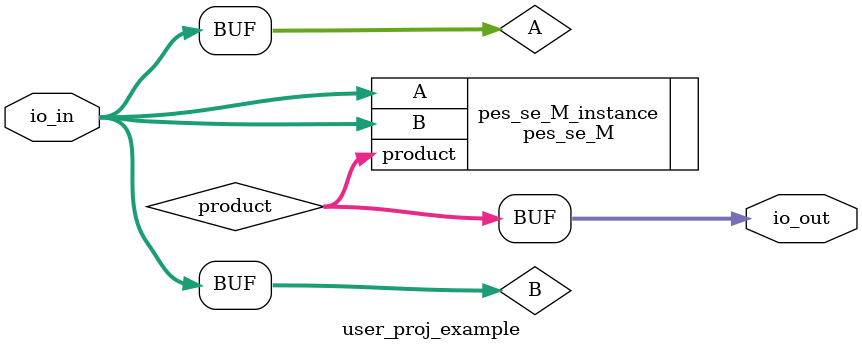
<source format=v>

`default_nettype none
/*
 *-------------------------------------------------------------
 *
 * user_proj_example
 *
 * This is an example of a (trivially simple) user project,
 * showing how the user project can connect to the logic
 * analyzer, the wishbone bus, and the I/O pads.
 *
 * This project generates an integer count, which is output
 * on the user area GPIO pads (digital output only).  The
 * wishbone connection allows the project to be controlled
 * (start and stop) from the management SoC program.
 *
 * See the testbenches in directory "mprj_counter" for the
 * example programs that drive this user project.  The three
 * testbenches are "io_ports", "la_test1", and "la_test2".
 *
 *-------------------------------------------------------------
 */

module user_proj_example #(
    parameter BITS = 16
)(
`ifdef USE_POWER_PINS
    inout vccd1,	// User area 1 1.8V supply
    inout vssd1,	// User area 1 digital ground
`endif

    // Wishbone Slave ports (WB MI A)
    //input wb_clk_i,
    //input wb_rst_i,
    //input wbs_stb_i,
    //input wbs_cyc_i,
    //input wbs_we_i,
    //input [3:0] wbs_sel_i,
    //input [31:0] wbs_dat_i,
    //input [31:0] wbs_adr_i,
    //output wbs_ack_o,
    //output [31:0] wbs_dat_o,

    // Logic Analyzer Signals
    //input  [127:0] la_data_in,
    //output [127:0] la_data_out,
    //input  [127:0] la_oenb,

    // IOs
    input  [3:0] io_in,
    output [7:0] io_out,
    //output [BITS-1:0] io_oeb,

    // IRQ
    //output [2:0] irq

);

    // Declare internal wires for connecting to pes_se_M
    wire [3:0] A;
    wire [3:0] B;
    wire [7:0] product;

    // Connect io_in to A and B
    assign A = io_in;
    assign B = io_in; // Replace with actual connections

    // Instantiate pes_se_M
    pes_se_M pes_se_M_instance (
        .A(A),
        .B(B),
        .product(product)
    );

    // Connect the product to io_out or other logic
    assign io_out = product;
    
endmodule

`default_nettype wire

</source>
